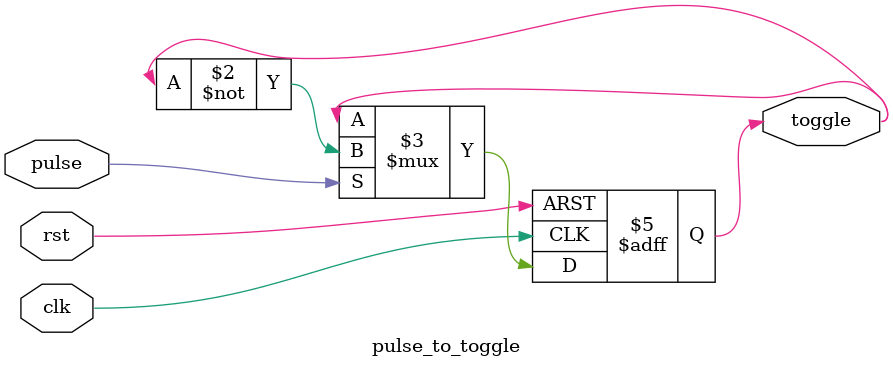
<source format=v>
`timescale 1ns / 1ps


module pulse_to_toggle (
    input clk,      // Fast clock (e.g., 100 MHz UART clock)
    input rst,
    input pulse,    // One-cycle pulse (rx_done)
    output reg toggle  // Toggles on every pulse
);
    always @(posedge clk or posedge rst) begin
        if (rst)
            toggle <= 0;
        else if (pulse)
            toggle <= ~toggle;
    end
endmodule

</source>
